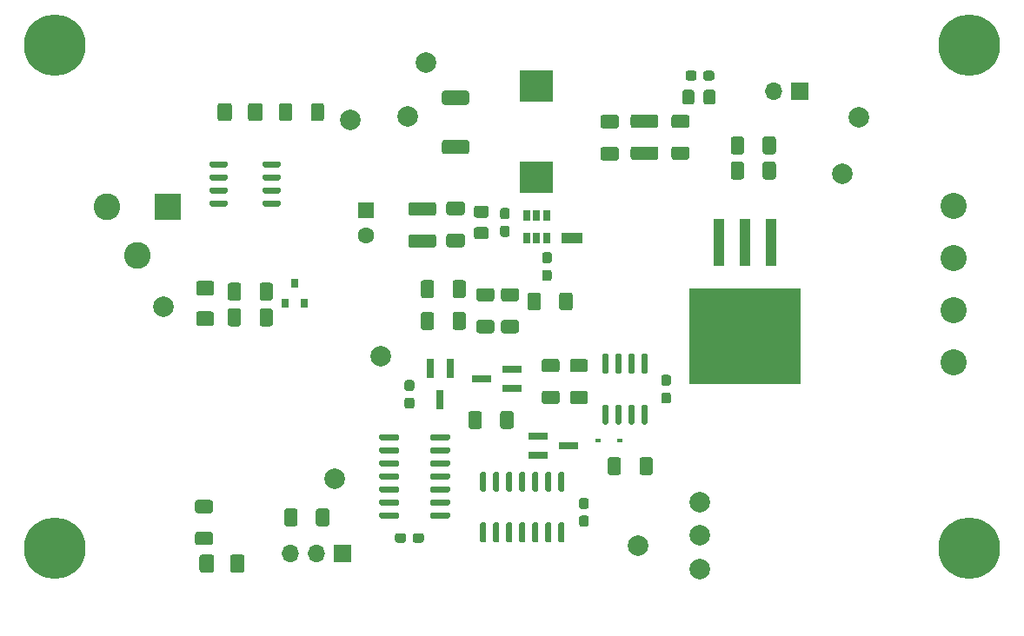
<source format=gbr>
%TF.GenerationSoftware,KiCad,Pcbnew,(5.1.8)-1*%
%TF.CreationDate,2021-03-05T14:15:40-05:00*%
%TF.ProjectId,BuckLinReg_5V,4275636b-4c69-46e5-9265-675f35562e6b,rev?*%
%TF.SameCoordinates,Original*%
%TF.FileFunction,Soldermask,Top*%
%TF.FilePolarity,Negative*%
%FSLAX46Y46*%
G04 Gerber Fmt 4.6, Leading zero omitted, Abs format (unit mm)*
G04 Created by KiCad (PCBNEW (5.1.8)-1) date 2021-03-05 14:15:40*
%MOMM*%
%LPD*%
G01*
G04 APERTURE LIST*
%ADD10R,2.000000X1.000000*%
%ADD11R,3.251000X3.124000*%
%ADD12R,2.600000X2.600000*%
%ADD13C,2.600000*%
%ADD14C,6.000000*%
%ADD15R,1.600000X1.600000*%
%ADD16C,1.600000*%
%ADD17R,0.800000X0.900000*%
%ADD18R,0.600000X0.450000*%
%ADD19O,1.700000X1.700000*%
%ADD20R,1.700000X1.700000*%
%ADD21R,1.900000X0.800000*%
%ADD22C,2.000000*%
%ADD23R,0.800000X1.900000*%
%ADD24R,0.650000X1.060000*%
%ADD25R,1.100000X4.600000*%
%ADD26R,10.800000X9.400000*%
%ADD27C,2.540000*%
G04 APERTURE END LIST*
D10*
%TO.C,NT1*%
X111800000Y-74300000D03*
%TD*%
D11*
%TO.C,L1*%
X108400000Y-59429500D03*
X108400000Y-68370500D03*
%TD*%
D12*
%TO.C,J1*%
X72500000Y-71250000D03*
D13*
X66500000Y-71250000D03*
X69500000Y-75950000D03*
%TD*%
D14*
%TO.C,H1*%
X61500000Y-55500000D03*
%TD*%
%TO.C,H2*%
X61500000Y-104500000D03*
%TD*%
%TO.C,H3*%
X150500000Y-104500000D03*
%TD*%
%TO.C,H4*%
X150500000Y-55500000D03*
%TD*%
D15*
%TO.C,C1*%
X91800000Y-71550000D03*
D16*
X91800000Y-74050000D03*
%TD*%
%TO.C,C2*%
G36*
G01*
X99849998Y-73850000D02*
X101150002Y-73850000D01*
G75*
G02*
X101400000Y-74099998I0J-249998D01*
G01*
X101400000Y-74925002D01*
G75*
G02*
X101150002Y-75175000I-249998J0D01*
G01*
X99849998Y-75175000D01*
G75*
G02*
X99600000Y-74925002I0J249998D01*
G01*
X99600000Y-74099998D01*
G75*
G02*
X99849998Y-73850000I249998J0D01*
G01*
G37*
G36*
G01*
X99849998Y-70725000D02*
X101150002Y-70725000D01*
G75*
G02*
X101400000Y-70974998I0J-249998D01*
G01*
X101400000Y-71800002D01*
G75*
G02*
X101150002Y-72050000I-249998J0D01*
G01*
X99849998Y-72050000D01*
G75*
G02*
X99600000Y-71800002I0J249998D01*
G01*
X99600000Y-70974998D01*
G75*
G02*
X99849998Y-70725000I249998J0D01*
G01*
G37*
%TD*%
%TO.C,C3*%
G36*
G01*
X114849998Y-62275000D02*
X116150002Y-62275000D01*
G75*
G02*
X116400000Y-62524998I0J-249998D01*
G01*
X116400000Y-63350002D01*
G75*
G02*
X116150002Y-63600000I-249998J0D01*
G01*
X114849998Y-63600000D01*
G75*
G02*
X114600000Y-63350002I0J249998D01*
G01*
X114600000Y-62524998D01*
G75*
G02*
X114849998Y-62275000I249998J0D01*
G01*
G37*
G36*
G01*
X114849998Y-65400000D02*
X116150002Y-65400000D01*
G75*
G02*
X116400000Y-65649998I0J-249998D01*
G01*
X116400000Y-66475002D01*
G75*
G02*
X116150002Y-66725000I-249998J0D01*
G01*
X114849998Y-66725000D01*
G75*
G02*
X114600000Y-66475002I0J249998D01*
G01*
X114600000Y-65649998D01*
G75*
G02*
X114849998Y-65400000I249998J0D01*
G01*
G37*
%TD*%
%TO.C,C4*%
G36*
G01*
X113237500Y-102400000D02*
X112762500Y-102400000D01*
G75*
G02*
X112525000Y-102162500I0J237500D01*
G01*
X112525000Y-101562500D01*
G75*
G02*
X112762500Y-101325000I237500J0D01*
G01*
X113237500Y-101325000D01*
G75*
G02*
X113475000Y-101562500I0J-237500D01*
G01*
X113475000Y-102162500D01*
G75*
G02*
X113237500Y-102400000I-237500J0D01*
G01*
G37*
G36*
G01*
X113237500Y-100675000D02*
X112762500Y-100675000D01*
G75*
G02*
X112525000Y-100437500I0J237500D01*
G01*
X112525000Y-99837500D01*
G75*
G02*
X112762500Y-99600000I237500J0D01*
G01*
X113237500Y-99600000D01*
G75*
G02*
X113475000Y-99837500I0J-237500D01*
G01*
X113475000Y-100437500D01*
G75*
G02*
X113237500Y-100675000I-237500J0D01*
G01*
G37*
%TD*%
%TO.C,C5*%
G36*
G01*
X102525000Y-73200000D02*
X103475000Y-73200000D01*
G75*
G02*
X103725000Y-73450000I0J-250000D01*
G01*
X103725000Y-74125000D01*
G75*
G02*
X103475000Y-74375000I-250000J0D01*
G01*
X102525000Y-74375000D01*
G75*
G02*
X102275000Y-74125000I0J250000D01*
G01*
X102275000Y-73450000D01*
G75*
G02*
X102525000Y-73200000I250000J0D01*
G01*
G37*
G36*
G01*
X102525000Y-71125000D02*
X103475000Y-71125000D01*
G75*
G02*
X103725000Y-71375000I0J-250000D01*
G01*
X103725000Y-72050000D01*
G75*
G02*
X103475000Y-72300000I-250000J0D01*
G01*
X102525000Y-72300000D01*
G75*
G02*
X102275000Y-72050000I0J250000D01*
G01*
X102275000Y-71375000D01*
G75*
G02*
X102525000Y-71125000I250000J0D01*
G01*
G37*
%TD*%
%TO.C,C6*%
G36*
G01*
X105062500Y-73075000D02*
X105537500Y-73075000D01*
G75*
G02*
X105775000Y-73312500I0J-237500D01*
G01*
X105775000Y-73912500D01*
G75*
G02*
X105537500Y-74150000I-237500J0D01*
G01*
X105062500Y-74150000D01*
G75*
G02*
X104825000Y-73912500I0J237500D01*
G01*
X104825000Y-73312500D01*
G75*
G02*
X105062500Y-73075000I237500J0D01*
G01*
G37*
G36*
G01*
X105062500Y-71350000D02*
X105537500Y-71350000D01*
G75*
G02*
X105775000Y-71587500I0J-237500D01*
G01*
X105775000Y-72187500D01*
G75*
G02*
X105537500Y-72425000I-237500J0D01*
G01*
X105062500Y-72425000D01*
G75*
G02*
X104825000Y-72187500I0J237500D01*
G01*
X104825000Y-71587500D01*
G75*
G02*
X105062500Y-71350000I237500J0D01*
G01*
G37*
%TD*%
%TO.C,C7*%
G36*
G01*
X109162500Y-77375000D02*
X109637500Y-77375000D01*
G75*
G02*
X109875000Y-77612500I0J-237500D01*
G01*
X109875000Y-78212500D01*
G75*
G02*
X109637500Y-78450000I-237500J0D01*
G01*
X109162500Y-78450000D01*
G75*
G02*
X108925000Y-78212500I0J237500D01*
G01*
X108925000Y-77612500D01*
G75*
G02*
X109162500Y-77375000I237500J0D01*
G01*
G37*
G36*
G01*
X109162500Y-75650000D02*
X109637500Y-75650000D01*
G75*
G02*
X109875000Y-75887500I0J-237500D01*
G01*
X109875000Y-76487500D01*
G75*
G02*
X109637500Y-76725000I-237500J0D01*
G01*
X109162500Y-76725000D01*
G75*
G02*
X108925000Y-76487500I0J237500D01*
G01*
X108925000Y-75887500D01*
G75*
G02*
X109162500Y-75650000I237500J0D01*
G01*
G37*
%TD*%
%TO.C,C8*%
G36*
G01*
X117799998Y-65350000D02*
X120000002Y-65350000D01*
G75*
G02*
X120250000Y-65599998I0J-249998D01*
G01*
X120250000Y-66425002D01*
G75*
G02*
X120000002Y-66675000I-249998J0D01*
G01*
X117799998Y-66675000D01*
G75*
G02*
X117550000Y-66425002I0J249998D01*
G01*
X117550000Y-65599998D01*
G75*
G02*
X117799998Y-65350000I249998J0D01*
G01*
G37*
G36*
G01*
X117799998Y-62225000D02*
X120000002Y-62225000D01*
G75*
G02*
X120250000Y-62474998I0J-249998D01*
G01*
X120250000Y-63300002D01*
G75*
G02*
X120000002Y-63550000I-249998J0D01*
G01*
X117799998Y-63550000D01*
G75*
G02*
X117550000Y-63300002I0J249998D01*
G01*
X117550000Y-62474998D01*
G75*
G02*
X117799998Y-62225000I249998J0D01*
G01*
G37*
%TD*%
%TO.C,C9*%
G36*
G01*
X96149998Y-70775000D02*
X98350002Y-70775000D01*
G75*
G02*
X98600000Y-71024998I0J-249998D01*
G01*
X98600000Y-71850002D01*
G75*
G02*
X98350002Y-72100000I-249998J0D01*
G01*
X96149998Y-72100000D01*
G75*
G02*
X95900000Y-71850002I0J249998D01*
G01*
X95900000Y-71024998D01*
G75*
G02*
X96149998Y-70775000I249998J0D01*
G01*
G37*
G36*
G01*
X96149998Y-73900000D02*
X98350002Y-73900000D01*
G75*
G02*
X98600000Y-74149998I0J-249998D01*
G01*
X98600000Y-74975002D01*
G75*
G02*
X98350002Y-75225000I-249998J0D01*
G01*
X96149998Y-75225000D01*
G75*
G02*
X95900000Y-74975002I0J249998D01*
G01*
X95900000Y-74149998D01*
G75*
G02*
X96149998Y-73900000I249998J0D01*
G01*
G37*
%TD*%
%TO.C,C10*%
G36*
G01*
X122575000Y-61025000D02*
X122575000Y-60075000D01*
G75*
G02*
X122825000Y-59825000I250000J0D01*
G01*
X123500000Y-59825000D01*
G75*
G02*
X123750000Y-60075000I0J-250000D01*
G01*
X123750000Y-61025000D01*
G75*
G02*
X123500000Y-61275000I-250000J0D01*
G01*
X122825000Y-61275000D01*
G75*
G02*
X122575000Y-61025000I0J250000D01*
G01*
G37*
G36*
G01*
X124650000Y-61025000D02*
X124650000Y-60075000D01*
G75*
G02*
X124900000Y-59825000I250000J0D01*
G01*
X125575000Y-59825000D01*
G75*
G02*
X125825000Y-60075000I0J-250000D01*
G01*
X125825000Y-61025000D01*
G75*
G02*
X125575000Y-61275000I-250000J0D01*
G01*
X124900000Y-61275000D01*
G75*
G02*
X124650000Y-61025000I0J250000D01*
G01*
G37*
%TD*%
%TO.C,C11*%
G36*
G01*
X122900000Y-58687500D02*
X122900000Y-58212500D01*
G75*
G02*
X123137500Y-57975000I237500J0D01*
G01*
X123737500Y-57975000D01*
G75*
G02*
X123975000Y-58212500I0J-237500D01*
G01*
X123975000Y-58687500D01*
G75*
G02*
X123737500Y-58925000I-237500J0D01*
G01*
X123137500Y-58925000D01*
G75*
G02*
X122900000Y-58687500I0J237500D01*
G01*
G37*
G36*
G01*
X124625000Y-58687500D02*
X124625000Y-58212500D01*
G75*
G02*
X124862500Y-57975000I237500J0D01*
G01*
X125462500Y-57975000D01*
G75*
G02*
X125700000Y-58212500I0J-237500D01*
G01*
X125700000Y-58687500D01*
G75*
G02*
X125462500Y-58925000I-237500J0D01*
G01*
X124862500Y-58925000D01*
G75*
G02*
X124625000Y-58687500I0J237500D01*
G01*
G37*
%TD*%
%TO.C,C12*%
G36*
G01*
X94600000Y-103737500D02*
X94600000Y-103262500D01*
G75*
G02*
X94837500Y-103025000I237500J0D01*
G01*
X95437500Y-103025000D01*
G75*
G02*
X95675000Y-103262500I0J-237500D01*
G01*
X95675000Y-103737500D01*
G75*
G02*
X95437500Y-103975000I-237500J0D01*
G01*
X94837500Y-103975000D01*
G75*
G02*
X94600000Y-103737500I0J237500D01*
G01*
G37*
G36*
G01*
X96325000Y-103737500D02*
X96325000Y-103262500D01*
G75*
G02*
X96562500Y-103025000I237500J0D01*
G01*
X97162500Y-103025000D01*
G75*
G02*
X97400000Y-103262500I0J-237500D01*
G01*
X97400000Y-103737500D01*
G75*
G02*
X97162500Y-103975000I-237500J0D01*
G01*
X96562500Y-103975000D01*
G75*
G02*
X96325000Y-103737500I0J237500D01*
G01*
G37*
%TD*%
%TO.C,C13*%
G36*
G01*
X121237500Y-88675000D02*
X120762500Y-88675000D01*
G75*
G02*
X120525000Y-88437500I0J237500D01*
G01*
X120525000Y-87837500D01*
G75*
G02*
X120762500Y-87600000I237500J0D01*
G01*
X121237500Y-87600000D01*
G75*
G02*
X121475000Y-87837500I0J-237500D01*
G01*
X121475000Y-88437500D01*
G75*
G02*
X121237500Y-88675000I-237500J0D01*
G01*
G37*
G36*
G01*
X121237500Y-90400000D02*
X120762500Y-90400000D01*
G75*
G02*
X120525000Y-90162500I0J237500D01*
G01*
X120525000Y-89562500D01*
G75*
G02*
X120762500Y-89325000I237500J0D01*
G01*
X121237500Y-89325000D01*
G75*
G02*
X121475000Y-89562500I0J-237500D01*
G01*
X121475000Y-90162500D01*
G75*
G02*
X121237500Y-90400000I-237500J0D01*
G01*
G37*
%TD*%
%TO.C,C14*%
G36*
G01*
X95762500Y-88100000D02*
X96237500Y-88100000D01*
G75*
G02*
X96475000Y-88337500I0J-237500D01*
G01*
X96475000Y-88937500D01*
G75*
G02*
X96237500Y-89175000I-237500J0D01*
G01*
X95762500Y-89175000D01*
G75*
G02*
X95525000Y-88937500I0J237500D01*
G01*
X95525000Y-88337500D01*
G75*
G02*
X95762500Y-88100000I237500J0D01*
G01*
G37*
G36*
G01*
X95762500Y-89825000D02*
X96237500Y-89825000D01*
G75*
G02*
X96475000Y-90062500I0J-237500D01*
G01*
X96475000Y-90662500D01*
G75*
G02*
X96237500Y-90900000I-237500J0D01*
G01*
X95762500Y-90900000D01*
G75*
G02*
X95525000Y-90662500I0J237500D01*
G01*
X95525000Y-90062500D01*
G75*
G02*
X95762500Y-89825000I237500J0D01*
G01*
G37*
%TD*%
%TO.C,D1*%
G36*
G01*
X77300000Y-62625000D02*
X77300000Y-61375000D01*
G75*
G02*
X77550000Y-61125000I250000J0D01*
G01*
X78475000Y-61125000D01*
G75*
G02*
X78725000Y-61375000I0J-250000D01*
G01*
X78725000Y-62625000D01*
G75*
G02*
X78475000Y-62875000I-250000J0D01*
G01*
X77550000Y-62875000D01*
G75*
G02*
X77300000Y-62625000I0J250000D01*
G01*
G37*
G36*
G01*
X80275000Y-62625000D02*
X80275000Y-61375000D01*
G75*
G02*
X80525000Y-61125000I250000J0D01*
G01*
X81450000Y-61125000D01*
G75*
G02*
X81700000Y-61375000I0J-250000D01*
G01*
X81700000Y-62625000D01*
G75*
G02*
X81450000Y-62875000I-250000J0D01*
G01*
X80525000Y-62875000D01*
G75*
G02*
X80275000Y-62625000I0J250000D01*
G01*
G37*
%TD*%
%TO.C,D2*%
G36*
G01*
X75475000Y-81425000D02*
X76725000Y-81425000D01*
G75*
G02*
X76975000Y-81675000I0J-250000D01*
G01*
X76975000Y-82600000D01*
G75*
G02*
X76725000Y-82850000I-250000J0D01*
G01*
X75475000Y-82850000D01*
G75*
G02*
X75225000Y-82600000I0J250000D01*
G01*
X75225000Y-81675000D01*
G75*
G02*
X75475000Y-81425000I250000J0D01*
G01*
G37*
G36*
G01*
X75475000Y-78450000D02*
X76725000Y-78450000D01*
G75*
G02*
X76975000Y-78700000I0J-250000D01*
G01*
X76975000Y-79625000D01*
G75*
G02*
X76725000Y-79875000I-250000J0D01*
G01*
X75475000Y-79875000D01*
G75*
G02*
X75225000Y-79625000I0J250000D01*
G01*
X75225000Y-78700000D01*
G75*
G02*
X75475000Y-78450000I250000J0D01*
G01*
G37*
%TD*%
D17*
%TO.C,D3*%
X83900000Y-80650000D03*
X85800000Y-80650000D03*
X84850000Y-78650000D03*
%TD*%
D18*
%TO.C,D4*%
X116500000Y-94000000D03*
X114400000Y-94000000D03*
%TD*%
D19*
%TO.C,J3*%
X131460000Y-60000000D03*
D20*
X134000000Y-60000000D03*
%TD*%
D21*
%TO.C,Q1*%
X106000000Y-88950000D03*
X106000000Y-87050000D03*
X103000000Y-88000000D03*
%TD*%
%TO.C,R1*%
G36*
G01*
X83300000Y-62625001D02*
X83300000Y-61374999D01*
G75*
G02*
X83549999Y-61125000I249999J0D01*
G01*
X84350001Y-61125000D01*
G75*
G02*
X84600000Y-61374999I0J-249999D01*
G01*
X84600000Y-62625001D01*
G75*
G02*
X84350001Y-62875000I-249999J0D01*
G01*
X83549999Y-62875000D01*
G75*
G02*
X83300000Y-62625001I0J249999D01*
G01*
G37*
G36*
G01*
X86400000Y-62625001D02*
X86400000Y-61374999D01*
G75*
G02*
X86649999Y-61125000I249999J0D01*
G01*
X87450001Y-61125000D01*
G75*
G02*
X87700000Y-61374999I0J-249999D01*
G01*
X87700000Y-62625001D01*
G75*
G02*
X87450001Y-62875000I-249999J0D01*
G01*
X86649999Y-62875000D01*
G75*
G02*
X86400000Y-62625001I0J249999D01*
G01*
G37*
%TD*%
%TO.C,R2*%
G36*
G01*
X106150000Y-91374999D02*
X106150000Y-92625001D01*
G75*
G02*
X105900001Y-92875000I-249999J0D01*
G01*
X105099999Y-92875000D01*
G75*
G02*
X104850000Y-92625001I0J249999D01*
G01*
X104850000Y-91374999D01*
G75*
G02*
X105099999Y-91125000I249999J0D01*
G01*
X105900001Y-91125000D01*
G75*
G02*
X106150000Y-91374999I0J-249999D01*
G01*
G37*
G36*
G01*
X103050000Y-91374999D02*
X103050000Y-92625001D01*
G75*
G02*
X102800001Y-92875000I-249999J0D01*
G01*
X101999999Y-92875000D01*
G75*
G02*
X101750000Y-92625001I0J249999D01*
G01*
X101750000Y-91374999D01*
G75*
G02*
X101999999Y-91125000I249999J0D01*
G01*
X102800001Y-91125000D01*
G75*
G02*
X103050000Y-91374999I0J-249999D01*
G01*
G37*
%TD*%
%TO.C,R3*%
G36*
G01*
X97100000Y-82975001D02*
X97100000Y-81724999D01*
G75*
G02*
X97349999Y-81475000I249999J0D01*
G01*
X98150001Y-81475000D01*
G75*
G02*
X98400000Y-81724999I0J-249999D01*
G01*
X98400000Y-82975001D01*
G75*
G02*
X98150001Y-83225000I-249999J0D01*
G01*
X97349999Y-83225000D01*
G75*
G02*
X97100000Y-82975001I0J249999D01*
G01*
G37*
G36*
G01*
X100200000Y-82975001D02*
X100200000Y-81724999D01*
G75*
G02*
X100449999Y-81475000I249999J0D01*
G01*
X101250001Y-81475000D01*
G75*
G02*
X101500000Y-81724999I0J-249999D01*
G01*
X101500000Y-82975001D01*
G75*
G02*
X101250001Y-83225000I-249999J0D01*
G01*
X100449999Y-83225000D01*
G75*
G02*
X100200000Y-82975001I0J249999D01*
G01*
G37*
%TD*%
%TO.C,R4*%
G36*
G01*
X110600000Y-81075001D02*
X110600000Y-79824999D01*
G75*
G02*
X110849999Y-79575000I249999J0D01*
G01*
X111650001Y-79575000D01*
G75*
G02*
X111900000Y-79824999I0J-249999D01*
G01*
X111900000Y-81075001D01*
G75*
G02*
X111650001Y-81325000I-249999J0D01*
G01*
X110849999Y-81325000D01*
G75*
G02*
X110600000Y-81075001I0J249999D01*
G01*
G37*
G36*
G01*
X107500000Y-81075001D02*
X107500000Y-79824999D01*
G75*
G02*
X107749999Y-79575000I249999J0D01*
G01*
X108550001Y-79575000D01*
G75*
G02*
X108800000Y-79824999I0J-249999D01*
G01*
X108800000Y-81075001D01*
G75*
G02*
X108550001Y-81325000I-249999J0D01*
G01*
X107749999Y-81325000D01*
G75*
G02*
X107500000Y-81075001I0J249999D01*
G01*
G37*
%TD*%
%TO.C,R5*%
G36*
G01*
X78300000Y-80125001D02*
X78300000Y-78874999D01*
G75*
G02*
X78549999Y-78625000I249999J0D01*
G01*
X79350001Y-78625000D01*
G75*
G02*
X79600000Y-78874999I0J-249999D01*
G01*
X79600000Y-80125001D01*
G75*
G02*
X79350001Y-80375000I-249999J0D01*
G01*
X78549999Y-80375000D01*
G75*
G02*
X78300000Y-80125001I0J249999D01*
G01*
G37*
G36*
G01*
X81400000Y-80125001D02*
X81400000Y-78874999D01*
G75*
G02*
X81649999Y-78625000I249999J0D01*
G01*
X82450001Y-78625000D01*
G75*
G02*
X82700000Y-78874999I0J-249999D01*
G01*
X82700000Y-80125001D01*
G75*
G02*
X82450001Y-80375000I-249999J0D01*
G01*
X81649999Y-80375000D01*
G75*
G02*
X81400000Y-80125001I0J249999D01*
G01*
G37*
%TD*%
%TO.C,R6*%
G36*
G01*
X79600000Y-81374999D02*
X79600000Y-82625001D01*
G75*
G02*
X79350001Y-82875000I-249999J0D01*
G01*
X78549999Y-82875000D01*
G75*
G02*
X78300000Y-82625001I0J249999D01*
G01*
X78300000Y-81374999D01*
G75*
G02*
X78549999Y-81125000I249999J0D01*
G01*
X79350001Y-81125000D01*
G75*
G02*
X79600000Y-81374999I0J-249999D01*
G01*
G37*
G36*
G01*
X82700000Y-81374999D02*
X82700000Y-82625001D01*
G75*
G02*
X82450001Y-82875000I-249999J0D01*
G01*
X81649999Y-82875000D01*
G75*
G02*
X81400000Y-82625001I0J249999D01*
G01*
X81400000Y-81374999D01*
G75*
G02*
X81649999Y-81125000I249999J0D01*
G01*
X82450001Y-81125000D01*
G75*
G02*
X82700000Y-81374999I0J-249999D01*
G01*
G37*
%TD*%
%TO.C,R7*%
G36*
G01*
X99424999Y-59900000D02*
X101575001Y-59900000D01*
G75*
G02*
X101825000Y-60149999I0J-249999D01*
G01*
X101825000Y-61050001D01*
G75*
G02*
X101575001Y-61300000I-249999J0D01*
G01*
X99424999Y-61300000D01*
G75*
G02*
X99175000Y-61050001I0J249999D01*
G01*
X99175000Y-60149999D01*
G75*
G02*
X99424999Y-59900000I249999J0D01*
G01*
G37*
G36*
G01*
X99424999Y-64700000D02*
X101575001Y-64700000D01*
G75*
G02*
X101825000Y-64949999I0J-249999D01*
G01*
X101825000Y-65850001D01*
G75*
G02*
X101575001Y-66100000I-249999J0D01*
G01*
X99424999Y-66100000D01*
G75*
G02*
X99175000Y-65850001I0J249999D01*
G01*
X99175000Y-64949999D01*
G75*
G02*
X99424999Y-64700000I249999J0D01*
G01*
G37*
%TD*%
%TO.C,R8*%
G36*
G01*
X100200000Y-79875001D02*
X100200000Y-78624999D01*
G75*
G02*
X100449999Y-78375000I249999J0D01*
G01*
X101250001Y-78375000D01*
G75*
G02*
X101500000Y-78624999I0J-249999D01*
G01*
X101500000Y-79875001D01*
G75*
G02*
X101250001Y-80125000I-249999J0D01*
G01*
X100449999Y-80125000D01*
G75*
G02*
X100200000Y-79875001I0J249999D01*
G01*
G37*
G36*
G01*
X97100000Y-79875001D02*
X97100000Y-78624999D01*
G75*
G02*
X97349999Y-78375000I249999J0D01*
G01*
X98150001Y-78375000D01*
G75*
G02*
X98400000Y-78624999I0J-249999D01*
G01*
X98400000Y-79875001D01*
G75*
G02*
X98150001Y-80125000I-249999J0D01*
G01*
X97349999Y-80125000D01*
G75*
G02*
X97100000Y-79875001I0J249999D01*
G01*
G37*
%TD*%
%TO.C,R9*%
G36*
G01*
X102774999Y-79150000D02*
X104025001Y-79150000D01*
G75*
G02*
X104275000Y-79399999I0J-249999D01*
G01*
X104275000Y-80200001D01*
G75*
G02*
X104025001Y-80450000I-249999J0D01*
G01*
X102774999Y-80450000D01*
G75*
G02*
X102525000Y-80200001I0J249999D01*
G01*
X102525000Y-79399999D01*
G75*
G02*
X102774999Y-79150000I249999J0D01*
G01*
G37*
G36*
G01*
X102774999Y-82250000D02*
X104025001Y-82250000D01*
G75*
G02*
X104275000Y-82499999I0J-249999D01*
G01*
X104275000Y-83300001D01*
G75*
G02*
X104025001Y-83550000I-249999J0D01*
G01*
X102774999Y-83550000D01*
G75*
G02*
X102525000Y-83300001I0J249999D01*
G01*
X102525000Y-82499999D01*
G75*
G02*
X102774999Y-82250000I249999J0D01*
G01*
G37*
%TD*%
%TO.C,R10*%
G36*
G01*
X85100000Y-100874999D02*
X85100000Y-102125001D01*
G75*
G02*
X84850001Y-102375000I-249999J0D01*
G01*
X84049999Y-102375000D01*
G75*
G02*
X83800000Y-102125001I0J249999D01*
G01*
X83800000Y-100874999D01*
G75*
G02*
X84049999Y-100625000I249999J0D01*
G01*
X84850001Y-100625000D01*
G75*
G02*
X85100000Y-100874999I0J-249999D01*
G01*
G37*
G36*
G01*
X88200000Y-100874999D02*
X88200000Y-102125001D01*
G75*
G02*
X87950001Y-102375000I-249999J0D01*
G01*
X87149999Y-102375000D01*
G75*
G02*
X86900000Y-102125001I0J249999D01*
G01*
X86900000Y-100874999D01*
G75*
G02*
X87149999Y-100625000I249999J0D01*
G01*
X87950001Y-100625000D01*
G75*
G02*
X88200000Y-100874999I0J-249999D01*
G01*
G37*
%TD*%
%TO.C,R11*%
G36*
G01*
X128600000Y-67074999D02*
X128600000Y-68325001D01*
G75*
G02*
X128350001Y-68575000I-249999J0D01*
G01*
X127549999Y-68575000D01*
G75*
G02*
X127300000Y-68325001I0J249999D01*
G01*
X127300000Y-67074999D01*
G75*
G02*
X127549999Y-66825000I249999J0D01*
G01*
X128350001Y-66825000D01*
G75*
G02*
X128600000Y-67074999I0J-249999D01*
G01*
G37*
G36*
G01*
X131700000Y-67074999D02*
X131700000Y-68325001D01*
G75*
G02*
X131450001Y-68575000I-249999J0D01*
G01*
X130649999Y-68575000D01*
G75*
G02*
X130400000Y-68325001I0J249999D01*
G01*
X130400000Y-67074999D01*
G75*
G02*
X130649999Y-66825000I249999J0D01*
G01*
X131450001Y-66825000D01*
G75*
G02*
X131700000Y-67074999I0J-249999D01*
G01*
G37*
%TD*%
%TO.C,R12*%
G36*
G01*
X131700000Y-64624999D02*
X131700000Y-65875001D01*
G75*
G02*
X131450001Y-66125000I-249999J0D01*
G01*
X130649999Y-66125000D01*
G75*
G02*
X130400000Y-65875001I0J249999D01*
G01*
X130400000Y-64624999D01*
G75*
G02*
X130649999Y-64375000I249999J0D01*
G01*
X131450001Y-64375000D01*
G75*
G02*
X131700000Y-64624999I0J-249999D01*
G01*
G37*
G36*
G01*
X128600000Y-64624999D02*
X128600000Y-65875001D01*
G75*
G02*
X128350001Y-66125000I-249999J0D01*
G01*
X127549999Y-66125000D01*
G75*
G02*
X127300000Y-65875001I0J249999D01*
G01*
X127300000Y-64624999D01*
G75*
G02*
X127549999Y-64375000I249999J0D01*
G01*
X128350001Y-64375000D01*
G75*
G02*
X128600000Y-64624999I0J-249999D01*
G01*
G37*
%TD*%
%TO.C,R13*%
G36*
G01*
X110375001Y-87350000D02*
X109124999Y-87350000D01*
G75*
G02*
X108875000Y-87100001I0J249999D01*
G01*
X108875000Y-86299999D01*
G75*
G02*
X109124999Y-86050000I249999J0D01*
G01*
X110375001Y-86050000D01*
G75*
G02*
X110625000Y-86299999I0J-249999D01*
G01*
X110625000Y-87100001D01*
G75*
G02*
X110375001Y-87350000I-249999J0D01*
G01*
G37*
G36*
G01*
X110375001Y-90450000D02*
X109124999Y-90450000D01*
G75*
G02*
X108875000Y-90200001I0J249999D01*
G01*
X108875000Y-89399999D01*
G75*
G02*
X109124999Y-89150000I249999J0D01*
G01*
X110375001Y-89150000D01*
G75*
G02*
X110625000Y-89399999I0J-249999D01*
G01*
X110625000Y-90200001D01*
G75*
G02*
X110375001Y-90450000I-249999J0D01*
G01*
G37*
%TD*%
%TO.C,R14*%
G36*
G01*
X113125001Y-90450000D02*
X111874999Y-90450000D01*
G75*
G02*
X111625000Y-90200001I0J249999D01*
G01*
X111625000Y-89399999D01*
G75*
G02*
X111874999Y-89150000I249999J0D01*
G01*
X113125001Y-89150000D01*
G75*
G02*
X113375000Y-89399999I0J-249999D01*
G01*
X113375000Y-90200001D01*
G75*
G02*
X113125001Y-90450000I-249999J0D01*
G01*
G37*
G36*
G01*
X113125001Y-87350000D02*
X111874999Y-87350000D01*
G75*
G02*
X111625000Y-87100001I0J249999D01*
G01*
X111625000Y-86299999D01*
G75*
G02*
X111874999Y-86050000I249999J0D01*
G01*
X113125001Y-86050000D01*
G75*
G02*
X113375000Y-86299999I0J-249999D01*
G01*
X113375000Y-87100001D01*
G75*
G02*
X113125001Y-87350000I-249999J0D01*
G01*
G37*
%TD*%
%TO.C,R15*%
G36*
G01*
X123025001Y-66650000D02*
X121774999Y-66650000D01*
G75*
G02*
X121525000Y-66400001I0J249999D01*
G01*
X121525000Y-65599999D01*
G75*
G02*
X121774999Y-65350000I249999J0D01*
G01*
X123025001Y-65350000D01*
G75*
G02*
X123275000Y-65599999I0J-249999D01*
G01*
X123275000Y-66400001D01*
G75*
G02*
X123025001Y-66650000I-249999J0D01*
G01*
G37*
G36*
G01*
X123025001Y-63550000D02*
X121774999Y-63550000D01*
G75*
G02*
X121525000Y-63300001I0J249999D01*
G01*
X121525000Y-62499999D01*
G75*
G02*
X121774999Y-62250000I249999J0D01*
G01*
X123025001Y-62250000D01*
G75*
G02*
X123275000Y-62499999I0J-249999D01*
G01*
X123275000Y-63300001D01*
G75*
G02*
X123025001Y-63550000I-249999J0D01*
G01*
G37*
%TD*%
%TO.C,R16*%
G36*
G01*
X116600000Y-95874999D02*
X116600000Y-97125001D01*
G75*
G02*
X116350001Y-97375000I-249999J0D01*
G01*
X115549999Y-97375000D01*
G75*
G02*
X115300000Y-97125001I0J249999D01*
G01*
X115300000Y-95874999D01*
G75*
G02*
X115549999Y-95625000I249999J0D01*
G01*
X116350001Y-95625000D01*
G75*
G02*
X116600000Y-95874999I0J-249999D01*
G01*
G37*
G36*
G01*
X119700000Y-95874999D02*
X119700000Y-97125001D01*
G75*
G02*
X119450001Y-97375000I-249999J0D01*
G01*
X118649999Y-97375000D01*
G75*
G02*
X118400000Y-97125001I0J249999D01*
G01*
X118400000Y-95874999D01*
G75*
G02*
X118649999Y-95625000I249999J0D01*
G01*
X119450001Y-95625000D01*
G75*
G02*
X119700000Y-95874999I0J-249999D01*
G01*
G37*
%TD*%
%TO.C,R17*%
G36*
G01*
X105174999Y-82250000D02*
X106425001Y-82250000D01*
G75*
G02*
X106675000Y-82499999I0J-249999D01*
G01*
X106675000Y-83300001D01*
G75*
G02*
X106425001Y-83550000I-249999J0D01*
G01*
X105174999Y-83550000D01*
G75*
G02*
X104925000Y-83300001I0J249999D01*
G01*
X104925000Y-82499999D01*
G75*
G02*
X105174999Y-82250000I249999J0D01*
G01*
G37*
G36*
G01*
X105174999Y-79150000D02*
X106425001Y-79150000D01*
G75*
G02*
X106675000Y-79399999I0J-249999D01*
G01*
X106675000Y-80200001D01*
G75*
G02*
X106425001Y-80450000I-249999J0D01*
G01*
X105174999Y-80450000D01*
G75*
G02*
X104925000Y-80200001I0J249999D01*
G01*
X104925000Y-79399999D01*
G75*
G02*
X105174999Y-79150000I249999J0D01*
G01*
G37*
%TD*%
D20*
%TO.C,SW1*%
X89500000Y-105000000D03*
D19*
X86960000Y-105000000D03*
X84420000Y-105000000D03*
%TD*%
D22*
%TO.C,TP1*%
X90250000Y-62750000D03*
%TD*%
%TO.C,TP3*%
X72000000Y-81000000D03*
%TD*%
%TO.C,TP4*%
X93250000Y-85750000D03*
%TD*%
%TO.C,TP6*%
X95800000Y-62400000D03*
%TD*%
%TO.C,TP7*%
X139750000Y-62500000D03*
%TD*%
D23*
%TO.C,U1*%
X99000000Y-90000000D03*
X98050000Y-87000000D03*
X99950000Y-87000000D03*
%TD*%
%TO.C,U2*%
G36*
G01*
X118755000Y-85550000D02*
X119055000Y-85550000D01*
G75*
G02*
X119205000Y-85700000I0J-150000D01*
G01*
X119205000Y-87350000D01*
G75*
G02*
X119055000Y-87500000I-150000J0D01*
G01*
X118755000Y-87500000D01*
G75*
G02*
X118605000Y-87350000I0J150000D01*
G01*
X118605000Y-85700000D01*
G75*
G02*
X118755000Y-85550000I150000J0D01*
G01*
G37*
G36*
G01*
X117485000Y-85550000D02*
X117785000Y-85550000D01*
G75*
G02*
X117935000Y-85700000I0J-150000D01*
G01*
X117935000Y-87350000D01*
G75*
G02*
X117785000Y-87500000I-150000J0D01*
G01*
X117485000Y-87500000D01*
G75*
G02*
X117335000Y-87350000I0J150000D01*
G01*
X117335000Y-85700000D01*
G75*
G02*
X117485000Y-85550000I150000J0D01*
G01*
G37*
G36*
G01*
X116215000Y-85550000D02*
X116515000Y-85550000D01*
G75*
G02*
X116665000Y-85700000I0J-150000D01*
G01*
X116665000Y-87350000D01*
G75*
G02*
X116515000Y-87500000I-150000J0D01*
G01*
X116215000Y-87500000D01*
G75*
G02*
X116065000Y-87350000I0J150000D01*
G01*
X116065000Y-85700000D01*
G75*
G02*
X116215000Y-85550000I150000J0D01*
G01*
G37*
G36*
G01*
X114945000Y-85550000D02*
X115245000Y-85550000D01*
G75*
G02*
X115395000Y-85700000I0J-150000D01*
G01*
X115395000Y-87350000D01*
G75*
G02*
X115245000Y-87500000I-150000J0D01*
G01*
X114945000Y-87500000D01*
G75*
G02*
X114795000Y-87350000I0J150000D01*
G01*
X114795000Y-85700000D01*
G75*
G02*
X114945000Y-85550000I150000J0D01*
G01*
G37*
G36*
G01*
X114945000Y-90500000D02*
X115245000Y-90500000D01*
G75*
G02*
X115395000Y-90650000I0J-150000D01*
G01*
X115395000Y-92300000D01*
G75*
G02*
X115245000Y-92450000I-150000J0D01*
G01*
X114945000Y-92450000D01*
G75*
G02*
X114795000Y-92300000I0J150000D01*
G01*
X114795000Y-90650000D01*
G75*
G02*
X114945000Y-90500000I150000J0D01*
G01*
G37*
G36*
G01*
X116215000Y-90500000D02*
X116515000Y-90500000D01*
G75*
G02*
X116665000Y-90650000I0J-150000D01*
G01*
X116665000Y-92300000D01*
G75*
G02*
X116515000Y-92450000I-150000J0D01*
G01*
X116215000Y-92450000D01*
G75*
G02*
X116065000Y-92300000I0J150000D01*
G01*
X116065000Y-90650000D01*
G75*
G02*
X116215000Y-90500000I150000J0D01*
G01*
G37*
G36*
G01*
X117485000Y-90500000D02*
X117785000Y-90500000D01*
G75*
G02*
X117935000Y-90650000I0J-150000D01*
G01*
X117935000Y-92300000D01*
G75*
G02*
X117785000Y-92450000I-150000J0D01*
G01*
X117485000Y-92450000D01*
G75*
G02*
X117335000Y-92300000I0J150000D01*
G01*
X117335000Y-90650000D01*
G75*
G02*
X117485000Y-90500000I150000J0D01*
G01*
G37*
G36*
G01*
X118755000Y-90500000D02*
X119055000Y-90500000D01*
G75*
G02*
X119205000Y-90650000I0J-150000D01*
G01*
X119205000Y-92300000D01*
G75*
G02*
X119055000Y-92450000I-150000J0D01*
G01*
X118755000Y-92450000D01*
G75*
G02*
X118605000Y-92300000I0J150000D01*
G01*
X118605000Y-90650000D01*
G75*
G02*
X118755000Y-90500000I150000J0D01*
G01*
G37*
%TD*%
%TO.C,U3*%
G36*
G01*
X95000000Y-101160000D02*
X95000000Y-101460000D01*
G75*
G02*
X94850000Y-101610000I-150000J0D01*
G01*
X93200000Y-101610000D01*
G75*
G02*
X93050000Y-101460000I0J150000D01*
G01*
X93050000Y-101160000D01*
G75*
G02*
X93200000Y-101010000I150000J0D01*
G01*
X94850000Y-101010000D01*
G75*
G02*
X95000000Y-101160000I0J-150000D01*
G01*
G37*
G36*
G01*
X95000000Y-99890000D02*
X95000000Y-100190000D01*
G75*
G02*
X94850000Y-100340000I-150000J0D01*
G01*
X93200000Y-100340000D01*
G75*
G02*
X93050000Y-100190000I0J150000D01*
G01*
X93050000Y-99890000D01*
G75*
G02*
X93200000Y-99740000I150000J0D01*
G01*
X94850000Y-99740000D01*
G75*
G02*
X95000000Y-99890000I0J-150000D01*
G01*
G37*
G36*
G01*
X95000000Y-98620000D02*
X95000000Y-98920000D01*
G75*
G02*
X94850000Y-99070000I-150000J0D01*
G01*
X93200000Y-99070000D01*
G75*
G02*
X93050000Y-98920000I0J150000D01*
G01*
X93050000Y-98620000D01*
G75*
G02*
X93200000Y-98470000I150000J0D01*
G01*
X94850000Y-98470000D01*
G75*
G02*
X95000000Y-98620000I0J-150000D01*
G01*
G37*
G36*
G01*
X95000000Y-97350000D02*
X95000000Y-97650000D01*
G75*
G02*
X94850000Y-97800000I-150000J0D01*
G01*
X93200000Y-97800000D01*
G75*
G02*
X93050000Y-97650000I0J150000D01*
G01*
X93050000Y-97350000D01*
G75*
G02*
X93200000Y-97200000I150000J0D01*
G01*
X94850000Y-97200000D01*
G75*
G02*
X95000000Y-97350000I0J-150000D01*
G01*
G37*
G36*
G01*
X95000000Y-96080000D02*
X95000000Y-96380000D01*
G75*
G02*
X94850000Y-96530000I-150000J0D01*
G01*
X93200000Y-96530000D01*
G75*
G02*
X93050000Y-96380000I0J150000D01*
G01*
X93050000Y-96080000D01*
G75*
G02*
X93200000Y-95930000I150000J0D01*
G01*
X94850000Y-95930000D01*
G75*
G02*
X95000000Y-96080000I0J-150000D01*
G01*
G37*
G36*
G01*
X95000000Y-94810000D02*
X95000000Y-95110000D01*
G75*
G02*
X94850000Y-95260000I-150000J0D01*
G01*
X93200000Y-95260000D01*
G75*
G02*
X93050000Y-95110000I0J150000D01*
G01*
X93050000Y-94810000D01*
G75*
G02*
X93200000Y-94660000I150000J0D01*
G01*
X94850000Y-94660000D01*
G75*
G02*
X95000000Y-94810000I0J-150000D01*
G01*
G37*
G36*
G01*
X95000000Y-93540000D02*
X95000000Y-93840000D01*
G75*
G02*
X94850000Y-93990000I-150000J0D01*
G01*
X93200000Y-93990000D01*
G75*
G02*
X93050000Y-93840000I0J150000D01*
G01*
X93050000Y-93540000D01*
G75*
G02*
X93200000Y-93390000I150000J0D01*
G01*
X94850000Y-93390000D01*
G75*
G02*
X95000000Y-93540000I0J-150000D01*
G01*
G37*
G36*
G01*
X99950000Y-93540000D02*
X99950000Y-93840000D01*
G75*
G02*
X99800000Y-93990000I-150000J0D01*
G01*
X98150000Y-93990000D01*
G75*
G02*
X98000000Y-93840000I0J150000D01*
G01*
X98000000Y-93540000D01*
G75*
G02*
X98150000Y-93390000I150000J0D01*
G01*
X99800000Y-93390000D01*
G75*
G02*
X99950000Y-93540000I0J-150000D01*
G01*
G37*
G36*
G01*
X99950000Y-94810000D02*
X99950000Y-95110000D01*
G75*
G02*
X99800000Y-95260000I-150000J0D01*
G01*
X98150000Y-95260000D01*
G75*
G02*
X98000000Y-95110000I0J150000D01*
G01*
X98000000Y-94810000D01*
G75*
G02*
X98150000Y-94660000I150000J0D01*
G01*
X99800000Y-94660000D01*
G75*
G02*
X99950000Y-94810000I0J-150000D01*
G01*
G37*
G36*
G01*
X99950000Y-96080000D02*
X99950000Y-96380000D01*
G75*
G02*
X99800000Y-96530000I-150000J0D01*
G01*
X98150000Y-96530000D01*
G75*
G02*
X98000000Y-96380000I0J150000D01*
G01*
X98000000Y-96080000D01*
G75*
G02*
X98150000Y-95930000I150000J0D01*
G01*
X99800000Y-95930000D01*
G75*
G02*
X99950000Y-96080000I0J-150000D01*
G01*
G37*
G36*
G01*
X99950000Y-97350000D02*
X99950000Y-97650000D01*
G75*
G02*
X99800000Y-97800000I-150000J0D01*
G01*
X98150000Y-97800000D01*
G75*
G02*
X98000000Y-97650000I0J150000D01*
G01*
X98000000Y-97350000D01*
G75*
G02*
X98150000Y-97200000I150000J0D01*
G01*
X99800000Y-97200000D01*
G75*
G02*
X99950000Y-97350000I0J-150000D01*
G01*
G37*
G36*
G01*
X99950000Y-98620000D02*
X99950000Y-98920000D01*
G75*
G02*
X99800000Y-99070000I-150000J0D01*
G01*
X98150000Y-99070000D01*
G75*
G02*
X98000000Y-98920000I0J150000D01*
G01*
X98000000Y-98620000D01*
G75*
G02*
X98150000Y-98470000I150000J0D01*
G01*
X99800000Y-98470000D01*
G75*
G02*
X99950000Y-98620000I0J-150000D01*
G01*
G37*
G36*
G01*
X99950000Y-99890000D02*
X99950000Y-100190000D01*
G75*
G02*
X99800000Y-100340000I-150000J0D01*
G01*
X98150000Y-100340000D01*
G75*
G02*
X98000000Y-100190000I0J150000D01*
G01*
X98000000Y-99890000D01*
G75*
G02*
X98150000Y-99740000I150000J0D01*
G01*
X99800000Y-99740000D01*
G75*
G02*
X99950000Y-99890000I0J-150000D01*
G01*
G37*
G36*
G01*
X99950000Y-101160000D02*
X99950000Y-101460000D01*
G75*
G02*
X99800000Y-101610000I-150000J0D01*
G01*
X98150000Y-101610000D01*
G75*
G02*
X98000000Y-101460000I0J150000D01*
G01*
X98000000Y-101160000D01*
G75*
G02*
X98150000Y-101010000I150000J0D01*
G01*
X99800000Y-101010000D01*
G75*
G02*
X99950000Y-101160000I0J-150000D01*
G01*
G37*
%TD*%
%TO.C,U4*%
G36*
G01*
X110660000Y-97050000D02*
X110960000Y-97050000D01*
G75*
G02*
X111110000Y-97200000I0J-150000D01*
G01*
X111110000Y-98850000D01*
G75*
G02*
X110960000Y-99000000I-150000J0D01*
G01*
X110660000Y-99000000D01*
G75*
G02*
X110510000Y-98850000I0J150000D01*
G01*
X110510000Y-97200000D01*
G75*
G02*
X110660000Y-97050000I150000J0D01*
G01*
G37*
G36*
G01*
X109390000Y-97050000D02*
X109690000Y-97050000D01*
G75*
G02*
X109840000Y-97200000I0J-150000D01*
G01*
X109840000Y-98850000D01*
G75*
G02*
X109690000Y-99000000I-150000J0D01*
G01*
X109390000Y-99000000D01*
G75*
G02*
X109240000Y-98850000I0J150000D01*
G01*
X109240000Y-97200000D01*
G75*
G02*
X109390000Y-97050000I150000J0D01*
G01*
G37*
G36*
G01*
X108120000Y-97050000D02*
X108420000Y-97050000D01*
G75*
G02*
X108570000Y-97200000I0J-150000D01*
G01*
X108570000Y-98850000D01*
G75*
G02*
X108420000Y-99000000I-150000J0D01*
G01*
X108120000Y-99000000D01*
G75*
G02*
X107970000Y-98850000I0J150000D01*
G01*
X107970000Y-97200000D01*
G75*
G02*
X108120000Y-97050000I150000J0D01*
G01*
G37*
G36*
G01*
X106850000Y-97050000D02*
X107150000Y-97050000D01*
G75*
G02*
X107300000Y-97200000I0J-150000D01*
G01*
X107300000Y-98850000D01*
G75*
G02*
X107150000Y-99000000I-150000J0D01*
G01*
X106850000Y-99000000D01*
G75*
G02*
X106700000Y-98850000I0J150000D01*
G01*
X106700000Y-97200000D01*
G75*
G02*
X106850000Y-97050000I150000J0D01*
G01*
G37*
G36*
G01*
X105580000Y-97050000D02*
X105880000Y-97050000D01*
G75*
G02*
X106030000Y-97200000I0J-150000D01*
G01*
X106030000Y-98850000D01*
G75*
G02*
X105880000Y-99000000I-150000J0D01*
G01*
X105580000Y-99000000D01*
G75*
G02*
X105430000Y-98850000I0J150000D01*
G01*
X105430000Y-97200000D01*
G75*
G02*
X105580000Y-97050000I150000J0D01*
G01*
G37*
G36*
G01*
X104310000Y-97050000D02*
X104610000Y-97050000D01*
G75*
G02*
X104760000Y-97200000I0J-150000D01*
G01*
X104760000Y-98850000D01*
G75*
G02*
X104610000Y-99000000I-150000J0D01*
G01*
X104310000Y-99000000D01*
G75*
G02*
X104160000Y-98850000I0J150000D01*
G01*
X104160000Y-97200000D01*
G75*
G02*
X104310000Y-97050000I150000J0D01*
G01*
G37*
G36*
G01*
X103040000Y-97050000D02*
X103340000Y-97050000D01*
G75*
G02*
X103490000Y-97200000I0J-150000D01*
G01*
X103490000Y-98850000D01*
G75*
G02*
X103340000Y-99000000I-150000J0D01*
G01*
X103040000Y-99000000D01*
G75*
G02*
X102890000Y-98850000I0J150000D01*
G01*
X102890000Y-97200000D01*
G75*
G02*
X103040000Y-97050000I150000J0D01*
G01*
G37*
G36*
G01*
X103040000Y-102000000D02*
X103340000Y-102000000D01*
G75*
G02*
X103490000Y-102150000I0J-150000D01*
G01*
X103490000Y-103800000D01*
G75*
G02*
X103340000Y-103950000I-150000J0D01*
G01*
X103040000Y-103950000D01*
G75*
G02*
X102890000Y-103800000I0J150000D01*
G01*
X102890000Y-102150000D01*
G75*
G02*
X103040000Y-102000000I150000J0D01*
G01*
G37*
G36*
G01*
X104310000Y-102000000D02*
X104610000Y-102000000D01*
G75*
G02*
X104760000Y-102150000I0J-150000D01*
G01*
X104760000Y-103800000D01*
G75*
G02*
X104610000Y-103950000I-150000J0D01*
G01*
X104310000Y-103950000D01*
G75*
G02*
X104160000Y-103800000I0J150000D01*
G01*
X104160000Y-102150000D01*
G75*
G02*
X104310000Y-102000000I150000J0D01*
G01*
G37*
G36*
G01*
X105580000Y-102000000D02*
X105880000Y-102000000D01*
G75*
G02*
X106030000Y-102150000I0J-150000D01*
G01*
X106030000Y-103800000D01*
G75*
G02*
X105880000Y-103950000I-150000J0D01*
G01*
X105580000Y-103950000D01*
G75*
G02*
X105430000Y-103800000I0J150000D01*
G01*
X105430000Y-102150000D01*
G75*
G02*
X105580000Y-102000000I150000J0D01*
G01*
G37*
G36*
G01*
X106850000Y-102000000D02*
X107150000Y-102000000D01*
G75*
G02*
X107300000Y-102150000I0J-150000D01*
G01*
X107300000Y-103800000D01*
G75*
G02*
X107150000Y-103950000I-150000J0D01*
G01*
X106850000Y-103950000D01*
G75*
G02*
X106700000Y-103800000I0J150000D01*
G01*
X106700000Y-102150000D01*
G75*
G02*
X106850000Y-102000000I150000J0D01*
G01*
G37*
G36*
G01*
X108120000Y-102000000D02*
X108420000Y-102000000D01*
G75*
G02*
X108570000Y-102150000I0J-150000D01*
G01*
X108570000Y-103800000D01*
G75*
G02*
X108420000Y-103950000I-150000J0D01*
G01*
X108120000Y-103950000D01*
G75*
G02*
X107970000Y-103800000I0J150000D01*
G01*
X107970000Y-102150000D01*
G75*
G02*
X108120000Y-102000000I150000J0D01*
G01*
G37*
G36*
G01*
X109390000Y-102000000D02*
X109690000Y-102000000D01*
G75*
G02*
X109840000Y-102150000I0J-150000D01*
G01*
X109840000Y-103800000D01*
G75*
G02*
X109690000Y-103950000I-150000J0D01*
G01*
X109390000Y-103950000D01*
G75*
G02*
X109240000Y-103800000I0J150000D01*
G01*
X109240000Y-102150000D01*
G75*
G02*
X109390000Y-102000000I150000J0D01*
G01*
G37*
G36*
G01*
X110660000Y-102000000D02*
X110960000Y-102000000D01*
G75*
G02*
X111110000Y-102150000I0J-150000D01*
G01*
X111110000Y-103800000D01*
G75*
G02*
X110960000Y-103950000I-150000J0D01*
G01*
X110660000Y-103950000D01*
G75*
G02*
X110510000Y-103800000I0J150000D01*
G01*
X110510000Y-102150000D01*
G75*
G02*
X110660000Y-102000000I150000J0D01*
G01*
G37*
%TD*%
D21*
%TO.C,U5*%
X108500000Y-93550000D03*
X108500000Y-95450000D03*
X111500000Y-94500000D03*
%TD*%
D24*
%TO.C,U6*%
X109350000Y-72050000D03*
X108400000Y-72050000D03*
X107450000Y-72050000D03*
X107450000Y-74250000D03*
X109350000Y-74250000D03*
X108400000Y-74250000D03*
%TD*%
D25*
%TO.C,U7*%
X131190000Y-74675000D03*
X128650000Y-74675000D03*
X126110000Y-74675000D03*
D26*
X128650000Y-83825000D03*
%TD*%
%TO.C,R18*%
G36*
G01*
X76625001Y-104200000D02*
X75374999Y-104200000D01*
G75*
G02*
X75125000Y-103950001I0J249999D01*
G01*
X75125000Y-103149999D01*
G75*
G02*
X75374999Y-102900000I249999J0D01*
G01*
X76625001Y-102900000D01*
G75*
G02*
X76875000Y-103149999I0J-249999D01*
G01*
X76875000Y-103950001D01*
G75*
G02*
X76625001Y-104200000I-249999J0D01*
G01*
G37*
G36*
G01*
X76625001Y-101100000D02*
X75374999Y-101100000D01*
G75*
G02*
X75125000Y-100850001I0J249999D01*
G01*
X75125000Y-100049999D01*
G75*
G02*
X75374999Y-99800000I249999J0D01*
G01*
X76625001Y-99800000D01*
G75*
G02*
X76875000Y-100049999I0J-249999D01*
G01*
X76875000Y-100850001D01*
G75*
G02*
X76625001Y-101100000I-249999J0D01*
G01*
G37*
%TD*%
%TO.C,D5*%
G36*
G01*
X75550000Y-106625000D02*
X75550000Y-105375000D01*
G75*
G02*
X75800000Y-105125000I250000J0D01*
G01*
X76725000Y-105125000D01*
G75*
G02*
X76975000Y-105375000I0J-250000D01*
G01*
X76975000Y-106625000D01*
G75*
G02*
X76725000Y-106875000I-250000J0D01*
G01*
X75800000Y-106875000D01*
G75*
G02*
X75550000Y-106625000I0J250000D01*
G01*
G37*
G36*
G01*
X78525000Y-106625000D02*
X78525000Y-105375000D01*
G75*
G02*
X78775000Y-105125000I250000J0D01*
G01*
X79700000Y-105125000D01*
G75*
G02*
X79950000Y-105375000I0J-250000D01*
G01*
X79950000Y-106625000D01*
G75*
G02*
X79700000Y-106875000I-250000J0D01*
G01*
X78775000Y-106875000D01*
G75*
G02*
X78525000Y-106625000I0J250000D01*
G01*
G37*
%TD*%
D22*
%TO.C,TP9*%
X118250000Y-104250000D03*
%TD*%
%TO.C,TP12*%
X124250000Y-106500000D03*
%TD*%
%TO.C,TP13*%
X124250000Y-100000000D03*
%TD*%
%TO.C,TP15*%
X124250000Y-103250000D03*
%TD*%
%TO.C,TP16*%
X138200000Y-68000000D03*
%TD*%
%TO.C,TP17*%
X88750000Y-97750000D03*
%TD*%
%TO.C,TP10*%
X97650000Y-57150000D03*
%TD*%
D27*
%TO.C,J2*%
X149000000Y-71130000D03*
X149000000Y-76210000D03*
X149000000Y-81290000D03*
X149000000Y-86370000D03*
%TD*%
%TO.C,Q2*%
G36*
G01*
X83450000Y-70755000D02*
X83450000Y-71055000D01*
G75*
G02*
X83300000Y-71205000I-150000J0D01*
G01*
X81850000Y-71205000D01*
G75*
G02*
X81700000Y-71055000I0J150000D01*
G01*
X81700000Y-70755000D01*
G75*
G02*
X81850000Y-70605000I150000J0D01*
G01*
X83300000Y-70605000D01*
G75*
G02*
X83450000Y-70755000I0J-150000D01*
G01*
G37*
G36*
G01*
X83450000Y-69485000D02*
X83450000Y-69785000D01*
G75*
G02*
X83300000Y-69935000I-150000J0D01*
G01*
X81850000Y-69935000D01*
G75*
G02*
X81700000Y-69785000I0J150000D01*
G01*
X81700000Y-69485000D01*
G75*
G02*
X81850000Y-69335000I150000J0D01*
G01*
X83300000Y-69335000D01*
G75*
G02*
X83450000Y-69485000I0J-150000D01*
G01*
G37*
G36*
G01*
X83450000Y-68215000D02*
X83450000Y-68515000D01*
G75*
G02*
X83300000Y-68665000I-150000J0D01*
G01*
X81850000Y-68665000D01*
G75*
G02*
X81700000Y-68515000I0J150000D01*
G01*
X81700000Y-68215000D01*
G75*
G02*
X81850000Y-68065000I150000J0D01*
G01*
X83300000Y-68065000D01*
G75*
G02*
X83450000Y-68215000I0J-150000D01*
G01*
G37*
G36*
G01*
X83450000Y-66945000D02*
X83450000Y-67245000D01*
G75*
G02*
X83300000Y-67395000I-150000J0D01*
G01*
X81850000Y-67395000D01*
G75*
G02*
X81700000Y-67245000I0J150000D01*
G01*
X81700000Y-66945000D01*
G75*
G02*
X81850000Y-66795000I150000J0D01*
G01*
X83300000Y-66795000D01*
G75*
G02*
X83450000Y-66945000I0J-150000D01*
G01*
G37*
G36*
G01*
X78300000Y-66945000D02*
X78300000Y-67245000D01*
G75*
G02*
X78150000Y-67395000I-150000J0D01*
G01*
X76700000Y-67395000D01*
G75*
G02*
X76550000Y-67245000I0J150000D01*
G01*
X76550000Y-66945000D01*
G75*
G02*
X76700000Y-66795000I150000J0D01*
G01*
X78150000Y-66795000D01*
G75*
G02*
X78300000Y-66945000I0J-150000D01*
G01*
G37*
G36*
G01*
X78300000Y-68215000D02*
X78300000Y-68515000D01*
G75*
G02*
X78150000Y-68665000I-150000J0D01*
G01*
X76700000Y-68665000D01*
G75*
G02*
X76550000Y-68515000I0J150000D01*
G01*
X76550000Y-68215000D01*
G75*
G02*
X76700000Y-68065000I150000J0D01*
G01*
X78150000Y-68065000D01*
G75*
G02*
X78300000Y-68215000I0J-150000D01*
G01*
G37*
G36*
G01*
X78300000Y-69485000D02*
X78300000Y-69785000D01*
G75*
G02*
X78150000Y-69935000I-150000J0D01*
G01*
X76700000Y-69935000D01*
G75*
G02*
X76550000Y-69785000I0J150000D01*
G01*
X76550000Y-69485000D01*
G75*
G02*
X76700000Y-69335000I150000J0D01*
G01*
X78150000Y-69335000D01*
G75*
G02*
X78300000Y-69485000I0J-150000D01*
G01*
G37*
G36*
G01*
X78300000Y-70755000D02*
X78300000Y-71055000D01*
G75*
G02*
X78150000Y-71205000I-150000J0D01*
G01*
X76700000Y-71205000D01*
G75*
G02*
X76550000Y-71055000I0J150000D01*
G01*
X76550000Y-70755000D01*
G75*
G02*
X76700000Y-70605000I150000J0D01*
G01*
X78150000Y-70605000D01*
G75*
G02*
X78300000Y-70755000I0J-150000D01*
G01*
G37*
%TD*%
M02*

</source>
